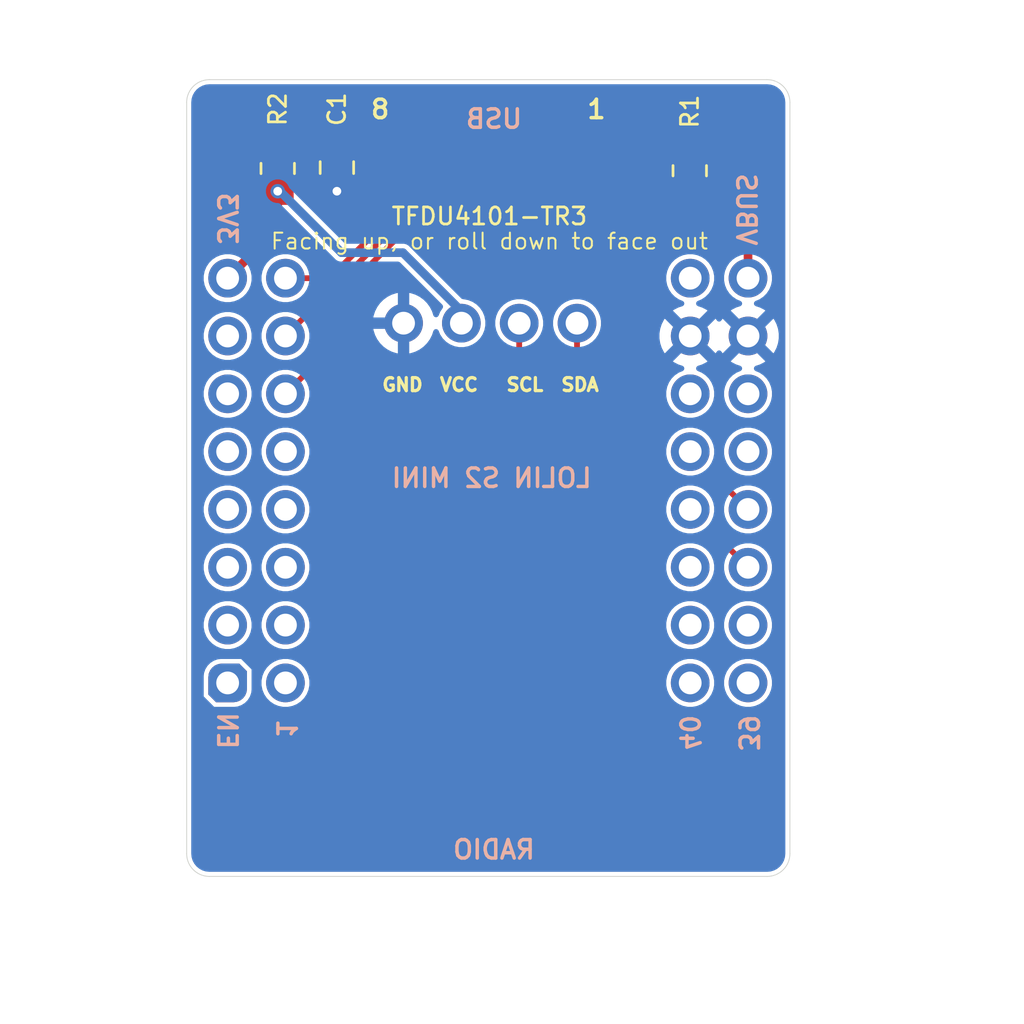
<source format=kicad_pcb>
(kicad_pcb (version 20241229) (generator "pcbnew") (generator_version "9.0")
  (title_block (rev "1"))
  (layers (0 "F.Cu" mixed) (2 "B.Cu" mixed) (13 "F.Paste" user) (15 "B.Paste" user) (5 "F.SilkS" user "F.Silkscreen") (7 "B.SilkS" user "B.Silkscreen") (1 "F.Mask" user) (3 "B.Mask" user) (25 "Edge.Cuts" user))
  (net 0 "")
  (net 1 "/+3.3V")
  (net 2 "/GND")
  (net 5 "Net-(U1-IREDANODE)")
  (net 6 "/+5V")
  (net 7 "/GPIO5")
  (net 8 "/GPIO3")
  (net 9 "/GPIO1")
  (net 10 "/GPIO35")
  (net 11 "/GPIO33")
  (net 12 "/GPIO14")
  (net 13 "/GPIO2")
  (net 14 "/GPIO4")
  (net 18 "/GPIO13")
  (net 21 "/GPIO10")
  (net 22 "/GPIO34")
  (net 24 "/GPIO6")
  (net 25 "/GPIO8")
  (net 29 "/GPIO11")
  (net 32 "/GPIO9")
  (net 35 "/GPIO7")
  (net 36 "/GPIO12")
  (net 37 "Net-(U1-VCC1)")
  (footprint "Resistor_SMD:R_0805_2012Metric_Pad1.20x1.40mm_HandSolder" (layer "F.Cu") (at 120.3 77.5 90)
    (property "Reference" "R1" (at 2.6 0 90) (layer "F.SilkS") (effects (font (size 0.75 0.75) (thickness 0.12))))
    (property "Value" "0R")
    (fp_line (start -0.227064 -0.735) (end 0.227064 -0.735) (stroke (width 0.12)) (layer "F.SilkS"))
    (fp_line (start -0.227064 0.735) (end 0.227064 0.735) (stroke (width 0.12)) (layer "F.SilkS"))
    (pad "1" smd roundrect (at -1 0 90) (size 1.2 1.4) (layers "F.Cu" "F.Mask" "F.Paste") (roundrect_rratio 0.208333) (net 6 "/+5V"))
    (pad "2" smd roundrect (at 1 0 90) (size 1.2 1.4) (layers "F.Cu" "F.Mask" "F.Paste") (roundrect_rratio 0.208333) (net 5 "Net-(U1-IREDANODE)"))
  )
  (footprint "Capacitor_SMD:C_0805_2012Metric_Pad1.18x1.45mm_HandSolder" (layer "F.Cu") (at 104.8 77.3625 -90)
    (property "Reference" "C1" (at -2.5625 0 90) (layer "F.SilkS") (effects (font (size 0.75 0.75) (thickness 0.12))))
    (property "Value" "0.1u")
    (fp_line (start -0.261253 0.735) (end 0.261253 0.735) (stroke (width 0.12)) (layer "F.SilkS"))
    (fp_line (start -0.261253 -0.735) (end 0.261253 -0.735) (stroke (width 0.12)) (layer "F.SilkS"))
    (pad "1" smd roundrect (at -1.0375 0 270) (size 1.175 1.45) (layers "F.Cu" "F.Mask" "F.Paste") (roundrect_rratio 0.212766) (net 37 "Net-(U1-VCC1)"))
    (pad "2" smd roundrect (at 1.0375 0 270) (size 1.175 1.45) (layers "F.Cu" "F.Mask" "F.Paste") (roundrect_rratio 0.212766) (net 2 "/GND"))
  )
  (footprint "Resistor_SMD:R_0805_2012Metric_Pad1.20x1.40mm_HandSolder" (layer "F.Cu") (at 102.2 77.4 90)
    (property "Reference" "R2" (at 2.6 0 90) (layer "F.SilkS") (effects (font (size 0.75 0.75) (thickness 0.12))))
    (property "Value" "47R")
    (fp_line (start -0.227064 -0.735) (end 0.227064 -0.735) (stroke (width 0.12)) (layer "F.SilkS"))
    (fp_line (start -0.227064 0.735) (end 0.227064 0.735) (stroke (width 0.12)) (layer "F.SilkS"))
    (pad "1" smd roundrect (at -1 0 90) (size 1.2 1.4) (layers "F.Cu" "F.Mask" "F.Paste") (roundrect_rratio 0.208333) (net 1 "/+3.3V"))
    (pad "2" smd roundrect (at 1 0 90) (size 1.2 1.4) (layers "F.Cu" "F.Mask" "F.Paste") (roundrect_rratio 0.208333) (net 37 "Net-(U1-VCC1)"))
  )
  (footprint "oled_128x64:SSD1306" (layer "F.Cu") (at 111.538 93.849)
    (property "Reference" "U3" (hide yes))
    (property "Value" "SSD1306_OLED_128x64")
    (fp_text user "GND" (at -4.819 -6.946 0) (layer "F.SilkS") (effects (font (size 0.571 0.571) (thickness 0.152)) (justify left)))
    (fp_text user "VCC" (at -2.285 -6.948 0) (layer "F.SilkS") (effects (font (size 0.571 0.571) (thickness 0.152)) (justify left)))
    (fp_text user "SCL" (at 0.636 -6.948 0) (layer "F.SilkS") (effects (font (size 0.571 0.571) (thickness 0.152)) (justify left)))
    (fp_text user "SDA" (at 3.044 -6.948 0) (layer "F.SilkS") (effects (font (size 0.571 0.571) (thickness 0.152)) (justify left)))
    (pad "1" thru_hole oval (at -3.81 -9.652 90) (size 1.7 1.7) (drill oval 1) (layers "*.Cu" "*.Mask") (net 2 "/GND"))
    (pad "2" thru_hole oval (at -1.27 -9.652 90) (size 1.7 1.7) (drill oval 1) (layers "*.Cu" "*.Mask") (net 1 "/+3.3V"))
    (pad "3" thru_hole oval (at 1.27 -9.652 90) (size 1.7 1.7) (drill oval 1) (layers "*.Cu" "*.Mask") (net 10 "/GPIO35"))
    (pad "4" thru_hole oval (at 3.81 -9.652 90) (size 1.7 1.7) (drill oval 1) (layers "*.Cu" "*.Mask") (net 11 "/GPIO33"))
  )
  (footprint "TFDU4101:SMT_101-TR3_VIS" (layer "F.Cu") (at 111.5 75.6999 90)
    (property "Reference" "U1" (hide yes))
    (property "Value" "TFDU4101-TR3" (at -3.8001 0 0) (layer "F.SilkS") (effects (font (size 0.75 0.75) (thickness 0.12))))
    (pad "1" smd rect (at -0.8001 3.499993 90) (size 2.5 0.5588) (layers "F.Cu" "F.Mask" "F.Paste") (net 5 "Net-(U1-IREDANODE)"))
    (pad "1" smd rect (at -0.8001 3.499993 90) (size 2.5 0.5588) (layers "F.Cu" "F.Mask" "F.Paste") (net 5 "Net-(U1-IREDANODE)"))
    (pad "2" smd rect (at -0.800101 2.499995 90) (size 2.5 0.5588) (layers "F.Cu" "F.Mask" "F.Paste"))
    (pad "2" smd rect (at -0.800101 2.499995 90) (size 2.5 0.5588) (layers "F.Cu" "F.Mask" "F.Paste"))
    (pad "3" smd rect (at -0.8001 1.499997 90) (size 2.5 0.5588) (layers "F.Cu" "F.Mask" "F.Paste") (net 21 "/GPIO10"))
    (pad "3" smd rect (at -0.8001 1.499997 90) (size 2.5 0.5588) (layers "F.Cu" "F.Mask" "F.Paste") (net 21 "/GPIO10"))
    (pad "4" smd rect (at -0.8001 0.499999 90) (size 2.5 0.5588) (layers "F.Cu" "F.Mask" "F.Paste") (net 18 "/GPIO13"))
    (pad "4" smd rect (at -0.8001 0.499999 90) (size 2.5 0.5588) (layers "F.Cu" "F.Mask" "F.Paste") (net 18 "/GPIO13"))
    (pad "5" smd rect (at -0.8001 -0.499999 90) (size 2.5 0.5588) (layers "F.Cu" "F.Mask" "F.Paste") (net 12 "/GPIO14"))
    (pad "5" smd rect (at -0.8001 -0.499999 90) (size 2.5 0.5588) (layers "F.Cu" "F.Mask" "F.Paste") (net 12 "/GPIO14"))
    (pad "6" smd rect (at -0.8001 -1.499997 90) (size 2.5 0.5588) (layers "F.Cu" "F.Mask" "F.Paste") (net 37 "Net-(U1-VCC1)"))
    (pad "6" smd rect (at -0.8001 -1.499997 90) (size 2.5 0.5588) (layers "F.Cu" "F.Mask" "F.Paste") (net 37 "Net-(U1-VCC1)"))
    (pad "7" smd rect (at -0.800101 -2.499995 90) (size 2.5 0.5588) (layers "F.Cu" "F.Mask" "F.Paste"))
    (pad "7" smd rect (at -0.800101 -2.499995 90) (size 2.5 0.5588) (layers "F.Cu" "F.Mask" "F.Paste"))
    (pad "8" smd rect (at -0.8001 -3.499993 90) (size 2.5 0.5588) (layers "F.Cu" "F.Mask" "F.Paste") (net 2 "/GND"))
    (pad "8" smd rect (at -0.8001 -3.499993 90) (size 2.5 0.5588) (layers "F.Cu" "F.Mask" "F.Paste") (net 2 "/GND"))
  )
  (footprint "WEMOS_S2_mini:WEMOS_S2_mini" (layer "B.Cu") (at 100 100)
    (property "Reference" "U2" (hide yes))
    (property "Value" "WeMos_S2_mini")
    (pad "1" thru_hole roundrect (at 0 0) (size 1.7 1.7) (drill 1) (layers "*.Cu" "*.Mask") (roundrect_rratio 0.35) (chamfer_ratio 0.2) (chamfer top_right bottom_left))
    (pad "2" thru_hole circle (at 0 -2.54) (size 1.7 1.7) (drill 1) (layers "*.Cu" "*.Mask") (net 8 "/GPIO3"))
    (pad "3" thru_hole circle (at 0 -5.079999) (size 1.7 1.7) (drill 1) (layers "*.Cu" "*.Mask") (net 7 "/GPIO5"))
    (pad "4" thru_hole circle (at 0 -7.62) (size 1.7 1.7) (drill 1) (layers "*.Cu" "*.Mask") (net 35 "/GPIO7"))
    (pad "5" thru_hole circle (at 0 -10.16) (size 1.7 1.7) (drill 1) (layers "*.Cu" "*.Mask") (net 32 "/GPIO9"))
    (pad "6" thru_hole circle (at 0 -12.7) (size 1.7 1.7) (drill 1) (layers "*.Cu" "*.Mask") (net 29 "/GPIO11"))
    (pad "7" thru_hole circle (at 0 -15.24) (size 1.7 1.7) (drill 1) (layers "*.Cu" "*.Mask") (net 36 "/GPIO12"))
    (pad "8" thru_hole circle (at 0 -17.780001) (size 1.7 1.7) (drill 1) (layers "*.Cu" "*.Mask") (net 1 "/+3.3V"))
    (pad "9" thru_hole circle (at 22.86 -17.780001) (size 1.7 1.7) (drill 1) (layers "*.Cu" "*.Mask") (net 6 "/+5V"))
    (pad "10" thru_hole circle (at 22.86 -15.24) (size 1.7 1.7) (drill 1) (layers "*.Cu" "*.Mask") (net 2 "/GND"))
    (pad "11" thru_hole circle (at 22.86 -12.7) (size 1.7 1.7) (drill 1) (layers "*.Cu" "*.Mask"))
    (pad "12" thru_hole circle (at 22.86 -10.16) (size 1.7 1.7) (drill 1) (layers "*.Cu" "*.Mask"))
    (pad "13" thru_hole circle (at 22.86 -7.62) (size 1.7 1.7) (drill 1) (layers "*.Cu" "*.Mask") (net 11 "/GPIO33"))
    (pad "14" thru_hole circle (at 22.86 -5.079999) (size 1.7 1.7) (drill 1) (layers "*.Cu" "*.Mask") (net 10 "/GPIO35"))
    (pad "15" thru_hole circle (at 22.86 -2.54) (size 1.7 1.7) (drill 1) (layers "*.Cu" "*.Mask"))
    (pad "16" thru_hole circle (at 22.86 0) (size 1.7 1.7) (drill 1) (layers "*.Cu" "*.Mask"))
    (pad "17" thru_hole circle (at 2.54 0) (size 1.7 1.7) (drill 1) (layers "*.Cu" "*.Mask") (net 9 "/GPIO1"))
    (pad "18" thru_hole circle (at 2.54 -2.54) (size 1.7 1.7) (drill 1) (layers "*.Cu" "*.Mask") (net 13 "/GPIO2"))
    (pad "19" thru_hole circle (at 2.54 -5.08) (size 1.7 1.7) (drill 1) (layers "*.Cu" "*.Mask") (net 14 "/GPIO4"))
    (pad "20" thru_hole circle (at 2.54 -7.62) (size 1.7 1.7) (drill 1) (layers "*.Cu" "*.Mask") (net 24 "/GPIO6"))
    (pad "21" thru_hole circle (at 2.54 -10.16) (size 1.7 1.7) (drill 1) (layers "*.Cu" "*.Mask") (net 25 "/GPIO8"))
    (pad "22" thru_hole circle (at 2.54 -12.7) (size 1.7 1.7) (drill 1) (layers "*.Cu" "*.Mask") (net 21 "/GPIO10"))
    (pad "23" thru_hole circle (at 2.54 -15.24) (size 1.7 1.7) (drill 1) (layers "*.Cu" "*.Mask") (net 18 "/GPIO13"))
    (pad "24" thru_hole circle (at 2.54 -17.78) (size 1.7 1.7) (drill 1) (layers "*.Cu" "*.Mask") (net 12 "/GPIO14"))
    (pad "25" thru_hole circle (at 20.32 -17.78) (size 1.7 1.7) (drill 1) (layers "*.Cu" "*.Mask"))
    (pad "26" thru_hole circle (at 20.32 -15.24) (size 1.7 1.7) (drill 1) (layers "*.Cu" "*.Mask") (net 2 "/GND"))
    (pad "27" thru_hole circle (at 20.32 -12.7) (size 1.7 1.7) (drill 1) (layers "*.Cu" "*.Mask"))
    (pad "28" thru_hole circle (at 20.32 -10.16) (size 1.7 1.7) (drill 1) (layers "*.Cu" "*.Mask"))
    (pad "29" thru_hole circle (at 20.32 -7.62) (size 1.7 1.7) (drill 1) (layers "*.Cu" "*.Mask") (net 22 "/GPIO34"))
    (pad "30" thru_hole circle (at 20.32 -5.08) (size 1.7 1.7) (drill 1) (layers "*.Cu" "*.Mask"))
    (pad "31" thru_hole circle (at 20.32 -2.54) (size 1.7 1.7) (drill 1) (layers "*.Cu" "*.Mask"))
    (pad "32" thru_hole circle (at 20.32 0) (size 1.7 1.7) (drill 1) (layers "*.Cu" "*.Mask"))
  )
  (gr_line (start 98.2 107.5) (end 98.2 74.5) (stroke (width 0.0381)) (layer "Edge.Cuts"))
  (gr_arc (start 124.7 107.5) (mid 124.407107 108.207107) (end 123.7 108.5) (stroke (width 0.0381)) (layer "Edge.Cuts"))
  (gr_line (start 124.7 74.5) (end 124.7 107.5) (stroke (width 0.0381)) (layer "Edge.Cuts"))
  (gr_arc (start 98.2 74.5) (mid 98.492893 73.792893) (end 99.2 73.5) (stroke (width 0.0381)) (layer "Edge.Cuts"))
  (gr_arc (start 123.7 73.5) (mid 124.407107 73.792893) (end 124.7 74.5) (stroke (width 0.0381)) (layer "Edge.Cuts"))
  (gr_arc (start 99.2 108.5) (mid 98.492893 108.207107) (end 98.2 107.5) (stroke (width 0.0381)) (layer "Edge.Cuts"))
  (gr_line (start 123.7 108.5) (end 99.2 108.5) (stroke (width 0.0381)) (layer "Edge.Cuts"))
  (gr_line (start 99.2 73.5) (end 123.7 73.5) (stroke (width 0.0381)) (layer "Edge.Cuts"))
  (gr_text "8" (at 106.7 74.8 0) (layer "F.SilkS") (effects (font (size 0.8128 0.8128) (thickness 0.1524) (bold yes))))
  (gr_text "Facing up, or roll down to face out" (at 111.5 80.6 0) (layer "F.SilkS") (effects (font (size 0.7 0.7) (thickness 0.0875))))
  (gr_text "1" (at 116.2 74.8 0) (layer "F.SilkS") (effects (font (size 0.8128 0.8128) (thickness 0.1524) (bold yes))))
  (gr_text "USB" (at 111.7 75.7 0) (layer "B.SilkS") (effects (font (size 0.8128 0.8128) (thickness 0.1524) (bold yes)) (justify bottom mirror)))
  (gr_text "LOLIN S2 MINI" (at 111.6 91 0) (layer "B.SilkS") (effects (font (size 0.8128 0.8128) (thickness 0.1524) (bold yes)) (justify mirror)))
  (gr_text "RADIO" (at 111.7 107.8 0) (layer "B.SilkS") (effects (font (size 0.8128 0.8128) (thickness 0.1524) (bold yes)) (justify bottom mirror)))
  (gr_text "3V3" (at 99.5 79.6 270) (layer "B.SilkS") (effects (font (size 0.8128 0.8128) (thickness 0.1524) (bold yes)) (justify bottom mirror)))
  (gr_text "1" (at 102.1 102 270) (layer "B.SilkS") (effects (font (size 0.8128 0.8128) (thickness 0.1524) (bold yes)) (justify bottom mirror)))
  (gr_text "VBUS" (at 122.3 79.2 270) (layer "B.SilkS") (effects (font (size 0.8128 0.8128) (thickness 0.1524) (bold yes)) (justify bottom mirror)))
  (gr_text "40" (at 119.8 102.2 270) (layer "B.SilkS") (effects (font (size 0.8128 0.8128) (thickness 0.1524) (bold yes)) (justify bottom mirror)))
  (gr_text "EN" (at 99.5 102.1 270) (layer "B.SilkS") (effects (font (size 0.8128 0.8128) (thickness 0.1524) (bold yes)) (justify bottom mirror)))
  (gr_text "39" (at 122.4 102.2 270) (layer "B.SilkS") (effects (font (size 0.8128 0.8128) (thickness 0.1524) (bold yes)) (justify bottom mirror)))
  (segment (start 102.2 78.4) (end 102.2 80.019999) (width 0.381) (layer "F.Cu") (net 1))
  (segment (start 102.2 80.019999) (end 100 82.219999) (width 0.381) (layer "F.Cu") (net 1))
  (via (at 102.2 78.4) (size 0.635) (drill 0.381) (layers "F.Cu" "B.Cu") (net 1))
  (segment (start 110.268 83.668) (end 110.268 84.197) (width 0.381) (layer "B.Cu") (net 1))
  (segment (start 107.7 81.1) (end 110.268 83.668) (width 0.381) (layer "B.Cu") (net 1))
  (segment (start 105 81.1) (end 107.7 81.1) (width 0.381) (layer "B.Cu") (net 1))
  (segment (start 102.3 78.4) (end 105 81.1) (width 0.381) (layer "B.Cu") (net 1))
  (segment (start 102.2 78.4) (end 102.3 78.4) (width 0.381) (layer "B.Cu") (net 1))
  (segment (start 106.7 76.5) (end 104.8 78.4) (width 0.381) (layer "F.Cu") (net 2))
  (segment (start 108.000007 76.5) (end 106.7 76.5) (width 0.381) (layer "F.Cu") (net 2))
  (via (at 104.8 78.4) (size 0.635) (drill 0.381) (layers "F.Cu" "B.Cu") (net 2))
  (segment (start 114.999993 76.5) (end 120.3 76.5) (width 0.381) (layer "F.Cu") (net 5))
  (segment (start 121.3 78.5) (end 122.86 80.06) (width 0.381) (layer "F.Cu") (net 6))
  (segment (start 120.3 78.5) (end 121.3 78.5) (width 0.381) (layer "F.Cu") (net 6))
  (segment (start 122.86 82.219999) (end 122.9 82.179999) (width 0.381) (layer "F.Cu") (net 6))
  (segment (start 122.86 80.06) (end 122.86 82.219999) (width 0.381) (layer "F.Cu") (net 6))
  (segment (start 121.539999 93.6) (end 122.86 94.920001) (width 0.254) (layer "F.Cu") (net 10))
  (segment (start 119.6 93.6) (end 121.539999 93.6) (width 0.254) (layer "F.Cu") (net 10))
  (segment (start 112.808 86.808) (end 119.6 93.6) (width 0.254) (layer "F.Cu") (net 10))
  (segment (start 112.808 84.197) (end 112.808 86.808) (width 0.254) (layer "F.Cu") (net 10))
  (segment (start 115.348 84.197) (end 115.348 87.048) (width 0.254) (layer "F.Cu") (net 11))
  (segment (start 119.4 91.1) (end 121.58 91.1) (width 0.254) (layer "F.Cu") (net 11))
  (segment (start 121.58 91.1) (end 122.86 92.38) (width 0.254) (layer "F.Cu") (net 11))
  (segment (start 115.348 87.048) (end 119.4 91.1) (width 0.254) (layer "F.Cu") (net 11))
  (segment (start 107.1 79.6) (end 104.48 82.22) (width 0.254) (layer "F.Cu") (net 12))
  (segment (start 111.000001 78.004) (end 109.404001 79.6) (width 0.254) (layer "F.Cu") (net 12))
  (segment (start 104.48 82.22) (end 102.54 82.22) (width 0.254) (layer "F.Cu") (net 12))
  (segment (start 111.000001 76.5) (end 111.000001 78.004) (width 0.254) (layer "F.Cu") (net 12))
  (segment (start 109.404001 79.6) (end 107.1 79.6) (width 0.254) (layer "F.Cu") (net 12))
  (segment (start 107.3 80) (end 109.8 80) (width 0.254) (layer "F.Cu") (net 18))
  (segment (start 102.54 84.76) (end 107.3 80) (width 0.254) (layer "F.Cu") (net 18))
  (segment (start 109.8 80) (end 111.999999 77.800001) (width 0.254) (layer "F.Cu") (net 18))
  (segment (start 111.999999 77.800001) (end 111.999999 76.5) (width 0.254) (layer "F.Cu") (net 18))
  (segment (start 104.4 85.44) (end 102.54 87.3) (width 0.254) (layer "F.Cu") (net 21))
  (segment (start 104.4 83.5) (end 104.4 85.44) (width 0.254) (layer "F.Cu") (net 21))
  (segment (start 107.5 80.4) (end 104.4 83.5) (width 0.254) (layer "F.Cu") (net 21))
  (segment (start 110.5 80.4) (end 107.5 80.4) (width 0.254) (layer "F.Cu") (net 21))
  (segment (start 112.999997 77.900003) (end 110.5 80.4) (width 0.254) (layer "F.Cu") (net 21))
  (segment (start 112.999997 76.5) (end 112.999997 77.900003) (width 0.254) (layer "F.Cu") (net 21))
  (segment (start 104.193349 76.4) (end 104.459175 76.665826) (width 0.381) (layer "F.Cu") (net 37))
  (segment (start 109.6 74.5) (end 110.000003 74.900003) (width 0.381) (layer "F.Cu") (net 37))
  (segment (start 102.2 76.4) (end 104.193349 76.4) (width 0.381) (layer "F.Cu") (net 37))
  (segment (start 104.8 75.05) (end 105.35 74.5) (width 0.381) (layer "F.Cu") (net 37))
  (segment (start 110.000003 74.900003) (end 110.000003 76.5) (width 0.381) (layer "F.Cu") (net 37))
  (segment (start 105.35 74.5) (end 109.6 74.5) (width 0.381) (layer "F.Cu") (net 37))
  (segment (start 104.8 76.325) (end 104.8 75.05) (width 0.381) (layer "F.Cu") (net 37))
  (zone (net 2) (net_name "/GND") (layer "B.Cu") (connect_pads (clearance 0.508)) (min_thickness 0.25) (fill yes (thermal_gap 0.5) (thermal_bridge_width 0.5))
    (polygon (pts (xy 135 70) (xy 90 70) (xy 90 115) (xy 135 115)))
  )
)
</source>
